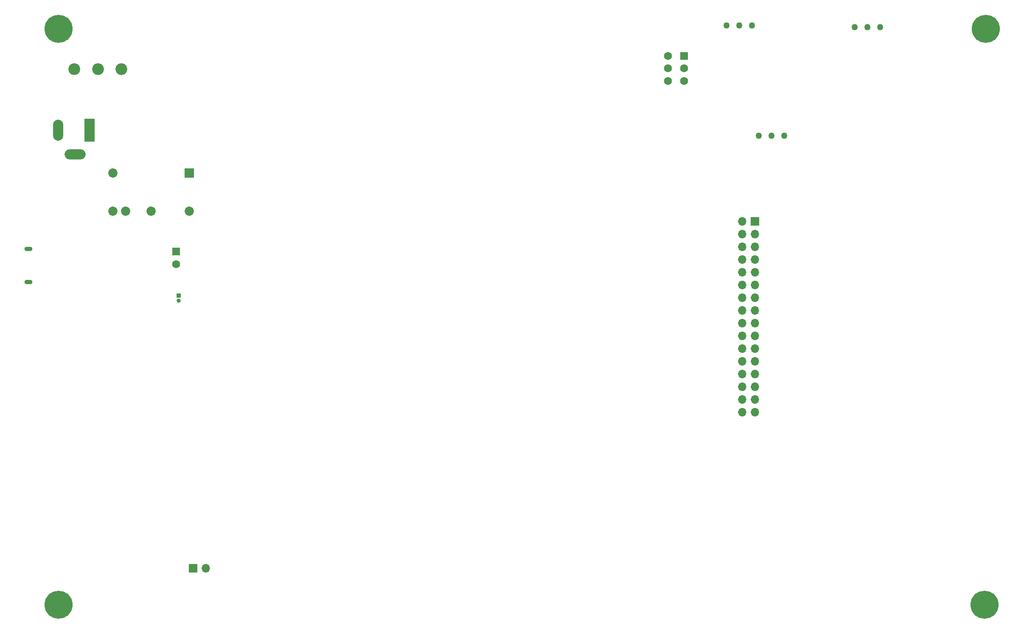
<source format=gbr>
%TF.GenerationSoftware,KiCad,Pcbnew,7.0.9*%
%TF.CreationDate,2024-03-04T14:23:29-07:00*%
%TF.ProjectId,picoAWG,7069636f-4157-4472-9e6b-696361645f70,rev?*%
%TF.SameCoordinates,Original*%
%TF.FileFunction,Soldermask,Bot*%
%TF.FilePolarity,Negative*%
%FSLAX46Y46*%
G04 Gerber Fmt 4.6, Leading zero omitted, Abs format (unit mm)*
G04 Created by KiCad (PCBNEW 7.0.9) date 2024-03-04 14:23:29*
%MOMM*%
%LPD*%
G01*
G04 APERTURE LIST*
%ADD10R,1.600000X1.600000*%
%ADD11C,1.600000*%
%ADD12C,5.600000*%
%ADD13C,1.270000*%
%ADD14C,2.350000*%
%ADD15R,1.700000X1.700000*%
%ADD16O,1.700000X1.700000*%
%ADD17R,2.000000X4.600000*%
%ADD18O,2.000000X4.200000*%
%ADD19O,4.200000X2.000000*%
%ADD20R,1.850000X1.850000*%
%ADD21C,1.850000*%
%ADD22R,0.850000X0.850000*%
%ADD23O,0.850000X0.850000*%
%ADD24O,1.600000X0.900000*%
G04 APERTURE END LIST*
D10*
%TO.C,C15*%
X85560000Y-78987621D03*
D11*
X85560000Y-81487621D03*
%TD*%
D12*
%TO.C,REF\u002A\u002A*%
X246868690Y-149536270D03*
%TD*%
D13*
%TO.C,RV2*%
X195378690Y-33836270D03*
X197918690Y-33836270D03*
X200458690Y-33836270D03*
%TD*%
D14*
%TO.C,SW3*%
X65310000Y-42550000D03*
X70010000Y-42550000D03*
X74710000Y-42550000D03*
%TD*%
D12*
%TO.C,REF\u002A\u002A*%
X62118690Y-149536270D03*
%TD*%
D13*
%TO.C,RV3*%
X206898690Y-55886270D03*
X204358690Y-55886270D03*
X201818690Y-55886270D03*
%TD*%
D15*
%TO.C,J5*%
X88985000Y-142190000D03*
D16*
X91525000Y-142190000D03*
%TD*%
D13*
%TO.C,RV1*%
X226065000Y-34226401D03*
X223525000Y-34226401D03*
X220985000Y-34226401D03*
%TD*%
D10*
%TO.C,SW4*%
X186900000Y-39942500D03*
D11*
X186900000Y-42442500D03*
X186900000Y-44942500D03*
X183700000Y-39942500D03*
X183700000Y-42442500D03*
X183700000Y-44942500D03*
%TD*%
D17*
%TO.C,J4*%
X68350000Y-54800000D03*
D18*
X62050000Y-54800000D03*
D19*
X65450000Y-59600000D03*
%TD*%
D12*
%TO.C,REF\u002A\u002A*%
X247118690Y-34536270D03*
%TD*%
D20*
%TO.C,PS1*%
X88218690Y-63316270D03*
D21*
X72978690Y-63316270D03*
X88218690Y-70936270D03*
X80598690Y-70936270D03*
X75518690Y-70936270D03*
X72978690Y-70936270D03*
%TD*%
D12*
%TO.C,REF\u002A\u002A*%
X62118690Y-34536270D03*
%TD*%
D22*
%TO.C,J1*%
X86100000Y-87800000D03*
D23*
X86100000Y-88800000D03*
%TD*%
D24*
%TO.C,J2*%
X56120000Y-78470000D03*
X56120000Y-85070000D03*
%TD*%
D15*
%TO.C,J3*%
X201118690Y-72966270D03*
D16*
X198578690Y-72966270D03*
X201118690Y-75506270D03*
X198578690Y-75506270D03*
X201118690Y-78046270D03*
X198578690Y-78046270D03*
X201118690Y-80586270D03*
X198578690Y-80586270D03*
X201118690Y-83126270D03*
X198578690Y-83126270D03*
X201118690Y-85666270D03*
X198578690Y-85666270D03*
X201118690Y-88206270D03*
X198578690Y-88206270D03*
X201118690Y-90746270D03*
X198578690Y-90746270D03*
X201118690Y-93286270D03*
X198578690Y-93286270D03*
X201118690Y-95826270D03*
X198578690Y-95826270D03*
X201118690Y-98366270D03*
X198578690Y-98366270D03*
X201118690Y-100906270D03*
X198578690Y-100906270D03*
X201118690Y-103446270D03*
X198578690Y-103446270D03*
X201118690Y-105986270D03*
X198578690Y-105986270D03*
X201118690Y-108526270D03*
X198578690Y-108526270D03*
X201118690Y-111066270D03*
X198578690Y-111066270D03*
%TD*%
M02*

</source>
